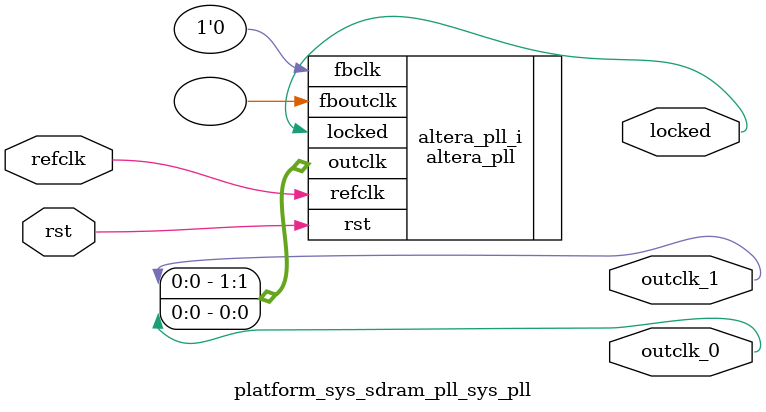
<source format=v>
`timescale 1ns/10ps
module  platform_sys_sdram_pll_sys_pll(

	// interface 'refclk'
	input wire refclk,

	// interface 'reset'
	input wire rst,

	// interface 'outclk0'
	output wire outclk_0,

	// interface 'outclk1'
	output wire outclk_1,

	// interface 'locked'
	output wire locked
);

	altera_pll #(
		.fractional_vco_multiplier("false"),
		.reference_clock_frequency("50.0 MHz"),
		.operation_mode("direct"),
		.number_of_clocks(2),
		.output_clock_frequency0("50.000000 MHz"),
		.phase_shift0("0 ps"),
		.duty_cycle0(50),
		.output_clock_frequency1("50.000000 MHz"),
		.phase_shift1("-3000 ps"),
		.duty_cycle1(50),
		.output_clock_frequency2("0 MHz"),
		.phase_shift2("0 ps"),
		.duty_cycle2(50),
		.output_clock_frequency3("0 MHz"),
		.phase_shift3("0 ps"),
		.duty_cycle3(50),
		.output_clock_frequency4("0 MHz"),
		.phase_shift4("0 ps"),
		.duty_cycle4(50),
		.output_clock_frequency5("0 MHz"),
		.phase_shift5("0 ps"),
		.duty_cycle5(50),
		.output_clock_frequency6("0 MHz"),
		.phase_shift6("0 ps"),
		.duty_cycle6(50),
		.output_clock_frequency7("0 MHz"),
		.phase_shift7("0 ps"),
		.duty_cycle7(50),
		.output_clock_frequency8("0 MHz"),
		.phase_shift8("0 ps"),
		.duty_cycle8(50),
		.output_clock_frequency9("0 MHz"),
		.phase_shift9("0 ps"),
		.duty_cycle9(50),
		.output_clock_frequency10("0 MHz"),
		.phase_shift10("0 ps"),
		.duty_cycle10(50),
		.output_clock_frequency11("0 MHz"),
		.phase_shift11("0 ps"),
		.duty_cycle11(50),
		.output_clock_frequency12("0 MHz"),
		.phase_shift12("0 ps"),
		.duty_cycle12(50),
		.output_clock_frequency13("0 MHz"),
		.phase_shift13("0 ps"),
		.duty_cycle13(50),
		.output_clock_frequency14("0 MHz"),
		.phase_shift14("0 ps"),
		.duty_cycle14(50),
		.output_clock_frequency15("0 MHz"),
		.phase_shift15("0 ps"),
		.duty_cycle15(50),
		.output_clock_frequency16("0 MHz"),
		.phase_shift16("0 ps"),
		.duty_cycle16(50),
		.output_clock_frequency17("0 MHz"),
		.phase_shift17("0 ps"),
		.duty_cycle17(50),
		.pll_type("General"),
		.pll_subtype("General")
	) altera_pll_i (
		.rst	(rst),
		.outclk	({outclk_1, outclk_0}),
		.locked	(locked),
		.fboutclk	( ),
		.fbclk	(1'b0),
		.refclk	(refclk)
	);
endmodule


</source>
